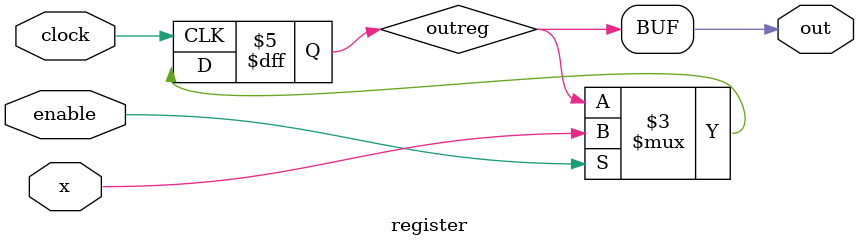
<source format=sv>
module register(output out, input x, input clock, input enable);

reg outreg;

initial begin
    outreg = 0;
end

always @(posedge clock)
    begin
        if (enable) outreg<=x;
    end

assign out=outreg;

endmodule
</source>
